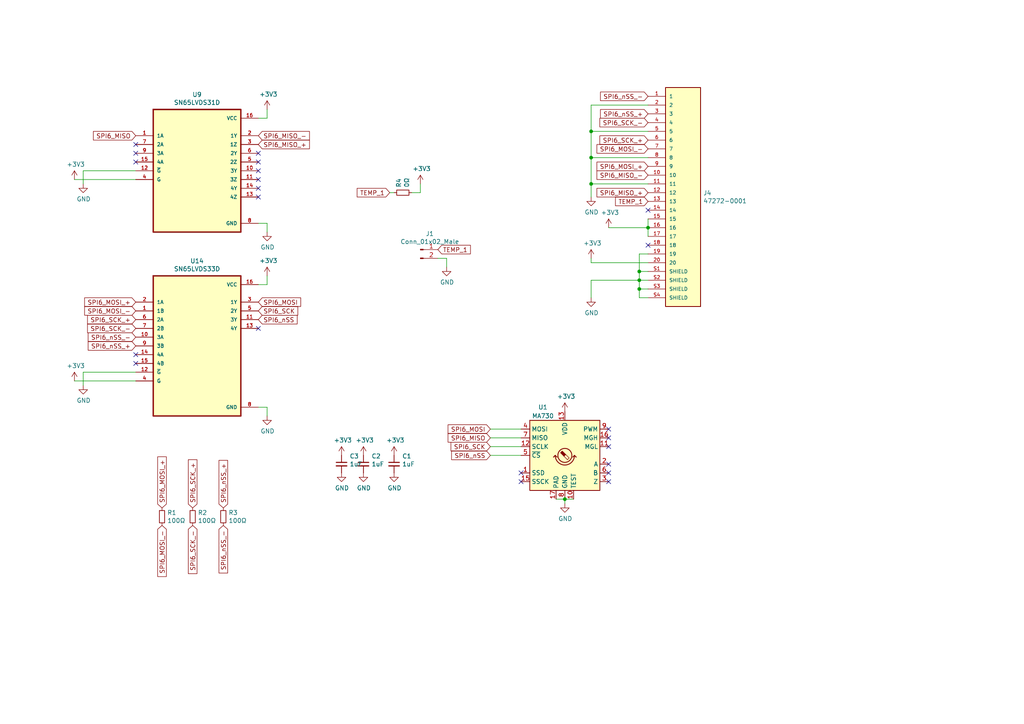
<source format=kicad_sch>
(kicad_sch (version 20211123) (generator eeschema)
  (paper "A4")
  (lib_symbols
    (symbol "Connector:Conn_01x02_Male" (pin_names (offset 1.016) hide)
      (property "Reference" "J" (at 0 2.54 0))
      (property "Value" "Conn_01x02_Male" (at 0 -5.08 0))
      (symbol "Conn_01x02_Male_1_1"
        (polyline (pts (xy 1.27 -2.54) (xy 0.8636 -2.54)) (stroke (width 0.1524)))
        (polyline (pts (xy 1.27 0) (xy 0.8636 0)) (stroke (width 0.1524)))
        (rectangle (start 0.8636 -2.413) (end 0 -2.667) (stroke (width 0.1524)) (fill (type outline)))
        (rectangle (start 0.8636 0.127) (end 0 -0.127) (stroke (width 0.1524)) (fill (type outline)))
        (pin passive line (at 5.08 0 180) (length 3.81) (name "Pin_1") (number "1"))
        (pin passive line (at 5.08 -2.54 180) (length 3.81) (name "Pin_2") (number "2"))
      )
    )
    (symbol "Device:C_Small" (pin_numbers hide) (pin_names (offset 0.254) hide)
      (property "Reference" "C" (at 0.254 1.778 0))
      (property "Value" "C_Small" (at 0.254 -2.032 0))
      (symbol "C_Small_0_1"
        (polyline (pts (xy -1.524 -0.508) (xy 1.524 -0.508)) (stroke (width 0.3302)))
        (polyline (pts (xy -1.524 0.508) (xy 1.524 0.508)) (stroke (width 0.3048)))
      )
      (symbol "C_Small_1_1"
        (pin passive line (at 0 2.54 270) (length 2.032) (name "~") (number "1"))
        (pin passive line (at 0 -2.54 90) (length 2.032) (name "~") (number "2"))
      )
    )
    (symbol "Device:R_Small" (pin_numbers hide) (pin_names (offset 0.254) hide)
      (property "Reference" "R" (at 0.762 0.508 0))
      (property "Value" "R_Small" (at 0.762 -1.016 0))
      (symbol "R_Small_0_1"
        (rectangle (start -0.762 1.778) (end 0.762 -1.778) (stroke (width 0.2032)))
      )
      (symbol "R_Small_1_1"
        (pin passive line (at 0 2.54 270) (length 0.762) (name "~") (number "1"))
        (pin passive line (at 0 -2.54 90) (length 0.762) (name "~") (number "2"))
      )
    )
    (symbol "EVCONCEPT:47272-0001" (pin_names (offset 1.016))
      (property "Reference" "J" (at -5.08 28.448 0))
      (property "Value" "EVCONCEPT_47272-0001" (at -6.35 -38.1 0))
      (symbol "47272-0001_0_0"
        (rectangle (start -5.08 -35.56) (end 5.08 27.94) (stroke (width 0.254)) (fill (type background)))
        (pin passive line (at -10.16 25.4 0) (length 5.08) (name "1") (number "1"))
        (pin passive line (at -10.16 2.54 0) (length 5.08) (name "10") (number "10"))
        (pin passive line (at -10.16 0 0) (length 5.08) (name "11") (number "11"))
        (pin passive line (at -10.16 -2.54 0) (length 5.08) (name "12") (number "12"))
        (pin passive line (at -10.16 -5.08 0) (length 5.08) (name "13") (number "13"))
        (pin passive line (at -10.16 -7.62 0) (length 5.08) (name "14") (number "14"))
        (pin passive line (at -10.16 -10.16 0) (length 5.08) (name "15") (number "15"))
        (pin passive line (at -10.16 -12.7 0) (length 5.08) (name "16") (number "16"))
        (pin passive line (at -10.16 -15.24 0) (length 5.08) (name "17") (number "17"))
        (pin passive line (at -10.16 -17.78 0) (length 5.08) (name "18") (number "18"))
        (pin passive line (at -10.16 -20.32 0) (length 5.08) (name "19") (number "19"))
        (pin passive line (at -10.16 22.86 0) (length 5.08) (name "2") (number "2"))
        (pin passive line (at -10.16 -22.86 0) (length 5.08) (name "20") (number "20"))
        (pin passive line (at -10.16 20.32 0) (length 5.08) (name "3") (number "3"))
        (pin passive line (at -10.16 17.78 0) (length 5.08) (name "4") (number "4"))
        (pin passive line (at -10.16 15.24 0) (length 5.08) (name "5") (number "5"))
        (pin passive line (at -10.16 12.7 0) (length 5.08) (name "6") (number "6"))
        (pin passive line (at -10.16 10.16 0) (length 5.08) (name "7") (number "7"))
        (pin passive line (at -10.16 7.62 0) (length 5.08) (name "8") (number "8"))
        (pin passive line (at -10.16 5.08 0) (length 5.08) (name "9") (number "9"))
        (pin passive line (at -10.16 -25.4 0) (length 5.08) (name "SHIELD") (number "S1"))
        (pin passive line (at -10.16 -27.94 0) (length 5.08) (name "SHIELD") (number "S2"))
        (pin passive line (at -10.16 -30.48 0) (length 5.08) (name "SHIELD") (number "S3"))
        (pin passive line (at -10.16 -33.02 0) (length 5.08) (name "SHIELD") (number "S4"))
      )
    )
    (symbol "EVCONCEPT:SN65LVDS31D" (pin_names (offset 1.016))
      (property "Reference" "U" (at -12.7 18.7706 0))
      (property "Value" "EVCONCEPT_SN65LVDS31D" (at -12.7 -21.7678 0))
      (symbol "SN65LVDS31D_0_0"
        (rectangle (start -12.7 -17.78) (end 12.7 17.78) (stroke (width 0.4064)) (fill (type background)))
        (pin input line (at -17.78 10.16 0) (length 5.08) (name "1A") (number "1"))
        (pin output line (at 17.78 0 180) (length 5.08) (name "3Y") (number "10"))
        (pin output line (at 17.78 -2.54 180) (length 5.08) (name "3Z") (number "11"))
        (pin input line (at -17.78 0 0) (length 5.08) (name "~{G}") (number "12"))
        (pin output line (at 17.78 -7.62 180) (length 5.08) (name "4Z") (number "13"))
        (pin output line (at 17.78 -5.08 180) (length 5.08) (name "4Y") (number "14"))
        (pin input line (at -17.78 2.54 0) (length 5.08) (name "4A") (number "15"))
        (pin power_in line (at 17.78 15.24 180) (length 5.08) (name "VCC") (number "16"))
        (pin output line (at 17.78 10.16 180) (length 5.08) (name "1Y") (number "2"))
        (pin output line (at 17.78 7.62 180) (length 5.08) (name "1Z") (number "3"))
        (pin input line (at -17.78 -2.54 0) (length 5.08) (name "G") (number "4"))
        (pin output line (at 17.78 2.54 180) (length 5.08) (name "2Z") (number "5"))
        (pin output line (at 17.78 5.08 180) (length 5.08) (name "2Y") (number "6"))
        (pin input line (at -17.78 7.62 0) (length 5.08) (name "2A") (number "7"))
        (pin power_in line (at 17.78 -15.24 180) (length 5.08) (name "GND") (number "8"))
        (pin input line (at -17.78 5.08 0) (length 5.08) (name "3A") (number "9"))
      )
    )
    (symbol "EVCONCEPT:SN65LVDS33D" (pin_names (offset 1.016))
      (property "Reference" "U" (at -12.7 21.3106 0))
      (property "Value" "EVCONCEPT_SN65LVDS33D" (at -12.7 -24.3078 0))
      (symbol "SN65LVDS33D_0_0"
        (rectangle (start -12.7 -20.32) (end 12.7 20.32) (stroke (width 0.4064)) (fill (type background)))
        (pin input line (at -17.78 10.16 0) (length 5.08) (name "1B") (number "1"))
        (pin input line (at -17.78 2.54 0) (length 5.08) (name "3A") (number "10"))
        (pin output line (at 17.78 7.62 180) (length 5.08) (name "3Y") (number "11"))
        (pin input line (at -17.78 -7.62 0) (length 5.08) (name "~{G}") (number "12"))
        (pin output line (at 17.78 5.08 180) (length 5.08) (name "4Y") (number "13"))
        (pin input line (at -17.78 -2.54 0) (length 5.08) (name "4A") (number "14"))
        (pin input line (at -17.78 -5.08 0) (length 5.08) (name "4B") (number "15"))
        (pin power_in line (at 17.78 17.78 180) (length 5.08) (name "VCC") (number "16"))
        (pin input line (at -17.78 12.7 0) (length 5.08) (name "1A") (number "2"))
        (pin output line (at 17.78 12.7 180) (length 5.08) (name "1Y") (number "3"))
        (pin input line (at -17.78 -10.16 0) (length 5.08) (name "G") (number "4"))
        (pin output line (at 17.78 10.16 180) (length 5.08) (name "2Y") (number "5"))
        (pin input line (at -17.78 7.62 0) (length 5.08) (name "2A") (number "6"))
        (pin input line (at -17.78 5.08 0) (length 5.08) (name "2B") (number "7"))
        (pin power_in line (at 17.78 -17.78 180) (length 5.08) (name "GND") (number "8"))
        (pin input line (at -17.78 0 0) (length 5.08) (name "3B") (number "9"))
      )
    )
    (symbol "Final_BLDC_Driver-cache:+3.3V" (power) (pin_names (offset 0))
      (property "Value" "Final_BLDC_Driver-cache_+3.3V" (at 0 3.556 0))
      (symbol "+3.3V_0_1"
        (polyline (pts (xy -0.762 1.27) (xy 0 2.54)))
        (polyline (pts (xy 0 0) (xy 0 2.54)))
        (polyline (pts (xy 0 2.54) (xy 0.762 1.27)))
      )
      (symbol "+3.3V_1_1"
        (pin power_in line (at 0 0 90) (length 0) hide (name "+3V3") (number "1"))
      )
    )
    (symbol "Sensor_Magnetic:MA730"
      (property "Reference" "U" (at -10.16 11.43 0))
      (property "Value" "MA730" (at 10.16 11.43 0))
      (symbol "MA730_0_1"
        (rectangle (start -10.16 10.16) (end 10.16 -10.16) (stroke (width 0.254)) (fill (type background)))
        (arc (start -2.794 0) (mid 0 -2.794) (end 2.794 0) (stroke (width 0.254)))
        (polyline (pts (xy -2.794 0) (xy -3.302 -0.508)) (stroke (width 0.254)))
        (polyline (pts (xy -2.794 0) (xy -2.286 -0.508)) (stroke (width 0.254)))
        (polyline (pts (xy 2.794 0) (xy 2.286 -0.508)) (stroke (width 0.254)))
        (polyline (pts (xy 2.794 0) (xy 3.302 -0.508)) (stroke (width 0.254)))
      )
      (symbol "MA730_1_1"
        (polyline (pts (xy 0.254 0.254) (xy 1.27 -0.762) (xy 0.762 -1.27) (xy -0.254 -0.254)))
        (polyline (pts (xy -0.762 1.27) (xy 0.254 0.254) (xy -0.254 -0.254) (xy -1.27 0.762) (xy -1.016 1.016) (xy -0.762 1.27) (xy -0.635 1.143)) (fill (type outline)))
        (circle (center 0 0) (radius 2.032) (stroke (width 0.254)))
        (pin output line (at -12.7 -5.08 0) (length 2.54) (name "SSD") (number "1"))
        (pin passive line (at 2.54 -12.7 90) (length 2.54) (name "TEST") (number "10"))
        (pin output line (at 12.7 2.54 180) (length 2.54) (name "MGL") (number "11"))
        (pin input line (at -12.7 2.54 0) (length 2.54) (name "SCLK") (number "12"))
        (pin power_in line (at 0 12.7 270) (length 2.54) (name "VDD") (number "13"))
        (pin no_connect line (at 5.08 -10.16 90) (length 2.54) hide (name "NC") (number "14"))
        (pin input line (at -12.7 -7.62 0) (length 2.54) (name "SSCK") (number "15"))
        (pin output line (at 12.7 5.08 180) (length 2.54) (name "MGH") (number "16"))
        (pin input line (at -2.54 -12.7 90) (length 2.54) (name "PAD") (number "17"))
        (pin output line (at 12.7 -2.54 180) (length 2.54) (name "A") (number "2"))
        (pin output line (at 12.7 -7.62 180) (length 2.54) (name "Z") (number "3"))
        (pin input line (at -12.7 7.62 0) (length 2.54) (name "MOSI") (number "4"))
        (pin input line (at -12.7 0 0) (length 2.54) (name "~{CS}") (number "5"))
        (pin output line (at 12.7 -5.08 180) (length 2.54) (name "B") (number "6"))
        (pin output line (at -12.7 5.08 0) (length 2.54) (name "MISO") (number "7"))
        (pin power_in line (at 0 -12.7 90) (length 2.54) (name "GND") (number "8"))
        (pin output line (at 12.7 7.62 180) (length 2.54) (name "PWM") (number "9"))
      )
    )
    (symbol "power:+3.3V" (power) (pin_names (offset 0))
      (property "Value" "+3.3V" (at 0 3.556 0))
      (symbol "+3.3V_0_1"
        (polyline (pts (xy -0.762 1.27) (xy 0 2.54)))
        (polyline (pts (xy 0 0) (xy 0 2.54)))
        (polyline (pts (xy 0 2.54) (xy 0.762 1.27)))
      )
      (symbol "+3.3V_1_1"
        (pin power_in line (at 0 0 90) (length 0) hide (name "+3V3") (number "1"))
      )
    )
    (symbol "power:GND" (power) (pin_names (offset 0))
      (property "Value" "GND" (at 0 -3.81 0))
      (symbol "GND_0_1"
        (polyline (pts (xy 0 0) (xy 0 -1.27) (xy 1.27 -1.27) (xy 0 -2.54) (xy -1.27 -1.27) (xy 0 -1.27)))
      )
      (symbol "GND_1_1"
        (pin power_in line (at 0 0 270) (length 0) hide (name "GND") (number "1"))
      )
    )
  )
  (junction (at 171.45 45.72))
  (junction (at 171.45 38.1))
  (junction (at 185.42 81.28))
  (junction (at 187.96 66.04))
  (junction (at 163.83 144.78))
  (junction (at 171.45 53.34))
  (junction (at 185.42 83.82))
  (junction (at 185.42 78.74))
  (no_connect (at 39.37 102.87))
  (no_connect (at 176.53 137.16))
  (no_connect (at 187.96 60.96))
  (no_connect (at 176.53 129.54))
  (no_connect (at 151.13 137.16))
  (no_connect (at 74.93 49.53))
  (no_connect (at 74.93 57.15))
  (no_connect (at 39.37 105.41))
  (no_connect (at 176.53 124.46))
  (no_connect (at 39.37 46.99))
  (no_connect (at 39.37 44.45))
  (no_connect (at 176.53 127))
  (no_connect (at 74.93 52.07))
  (no_connect (at 187.96 71.12))
  (no_connect (at 74.93 46.99))
  (no_connect (at 176.53 134.62))
  (no_connect (at 176.53 139.7))
  (no_connect (at 39.37 41.91))
  (no_connect (at 74.93 54.61))
  (no_connect (at 151.13 139.7))
  (no_connect (at 74.93 95.25))
  (no_connect (at 74.93 44.45))
  (wire (pts (xy 171.45 76.2) (xy 171.45 74.93)))
  (wire (pts (xy 171.45 38.1) (xy 171.45 45.72)))
  (wire (pts (xy 142.24 127) (xy 151.13 127)))
  (wire (pts (xy 163.83 144.78) (xy 166.37 144.78)))
  (wire (pts (xy 119.38 55.88) (xy 121.92 55.88)))
  (wire (pts (xy 77.47 34.29) (xy 77.47 31.75)))
  (wire (pts (xy 142.24 132.08) (xy 151.13 132.08)))
  (wire (pts (xy 163.83 144.78) (xy 163.83 146.05)))
  (wire (pts (xy 187.96 81.28) (xy 185.42 81.28)))
  (wire (pts (xy 121.92 55.88) (xy 121.92 53.34)))
  (wire (pts (xy 171.45 81.28) (xy 171.45 86.36)))
  (wire (pts (xy 185.42 81.28) (xy 185.42 83.82)))
  (wire (pts (xy 171.45 45.72) (xy 171.45 53.34)))
  (wire (pts (xy 187.96 83.82) (xy 185.42 83.82)))
  (wire (pts (xy 77.47 64.77) (xy 77.47 67.31)))
  (wire (pts (xy 185.42 73.66) (xy 185.42 78.74)))
  (wire (pts (xy 21.59 52.07) (xy 39.37 52.07)))
  (wire (pts (xy 24.13 107.95) (xy 39.37 107.95)))
  (wire (pts (xy 187.96 38.1) (xy 171.45 38.1)))
  (wire (pts (xy 74.93 64.77) (xy 77.47 64.77)))
  (wire (pts (xy 187.96 30.48) (xy 171.45 30.48)))
  (wire (pts (xy 74.93 34.29) (xy 77.47 34.29)))
  (wire (pts (xy 129.54 74.93) (xy 129.54 77.47)))
  (wire (pts (xy 74.93 118.11) (xy 77.47 118.11)))
  (wire (pts (xy 113.03 55.88) (xy 114.3 55.88)))
  (wire (pts (xy 187.96 73.66) (xy 185.42 73.66)))
  (wire (pts (xy 187.96 45.72) (xy 171.45 45.72)))
  (wire (pts (xy 127 74.93) (xy 129.54 74.93)))
  (wire (pts (xy 187.96 53.34) (xy 171.45 53.34)))
  (wire (pts (xy 161.29 144.78) (xy 163.83 144.78)))
  (wire (pts (xy 171.45 81.28) (xy 185.42 81.28)))
  (wire (pts (xy 185.42 81.28) (xy 185.42 78.74)))
  (wire (pts (xy 171.45 76.2) (xy 187.96 76.2)))
  (wire (pts (xy 21.59 110.49) (xy 39.37 110.49)))
  (wire (pts (xy 24.13 49.53) (xy 24.13 53.34)))
  (wire (pts (xy 185.42 78.74) (xy 187.96 78.74)))
  (wire (pts (xy 74.93 82.55) (xy 77.47 82.55)))
  (wire (pts (xy 187.96 86.36) (xy 185.42 86.36)))
  (wire (pts (xy 24.13 49.53) (xy 39.37 49.53)))
  (wire (pts (xy 151.13 129.54) (xy 142.24 129.54)))
  (wire (pts (xy 151.13 124.46) (xy 142.24 124.46)))
  (wire (pts (xy 171.45 53.34) (xy 171.45 57.15)))
  (wire (pts (xy 187.96 63.5) (xy 187.96 66.04)))
  (wire (pts (xy 185.42 86.36) (xy 185.42 83.82)))
  (wire (pts (xy 24.13 107.95) (xy 24.13 111.76)))
  (wire (pts (xy 176.53 66.04) (xy 187.96 66.04)))
  (wire (pts (xy 77.47 82.55) (xy 77.47 80.01)))
  (wire (pts (xy 77.47 118.11) (xy 77.47 120.65)))
  (wire (pts (xy 187.96 66.04) (xy 187.96 68.58)))
  (wire (pts (xy 171.45 30.48) (xy 171.45 38.1)))
  (global_label "SPI6_nSS" (shape input) (at 74.93 92.71 0) (property "Intersheet References" "${INTERSHEET_REFS}" (effects hide)))
  (global_label "SPI6_SCK_+" (shape input) (at 55.88 147.32 90) (property "Intersheet References" "${INTERSHEET_REFS}" (effects hide)))
  (global_label "SPI6_MISO_-" (shape input) (at 187.96 50.8 180) (property "Intersheet References" "${INTERSHEET_REFS}" (effects hide)))
  (global_label "SPI6_MISO_+" (shape input) (at 187.96 55.88 180) (property "Intersheet References" "${INTERSHEET_REFS}" (effects hide)))
  (global_label "SPI6_MISO" (shape input) (at 39.37 39.37 180) (property "Intersheet References" "${INTERSHEET_REFS}" (effects hide)))
  (global_label "SPI6_nSS_+" (shape input) (at 64.77 147.32 90) (property "Intersheet References" "${INTERSHEET_REFS}" (effects hide)))
  (global_label "SPI6_nSS_-" (shape input) (at 187.96 27.94 180) (property "Intersheet References" "${INTERSHEET_REFS}" (effects hide)))
  (global_label "SPI6_MOSI_+" (shape input) (at 46.99 147.32 90) (property "Intersheet References" "${INTERSHEET_REFS}" (effects hide)))
  (global_label "SPI6_nSS_-" (shape input) (at 39.37 97.79 180) (property "Intersheet References" "${INTERSHEET_REFS}" (effects hide)))
  (global_label "SPI6_MOSI" (shape input) (at 142.24 124.46 180) (property "Intersheet References" "${INTERSHEET_REFS}" (effects hide)))
  (global_label "SPI6_MISO" (shape input) (at 142.24 127 180) (property "Intersheet References" "${INTERSHEET_REFS}" (effects hide)))
  (global_label "SPI6_MOSI_+" (shape input) (at 187.96 48.26 180) (property "Intersheet References" "${INTERSHEET_REFS}" (effects hide)))
  (global_label "SPI6_nSS" (shape input) (at 142.24 132.08 180) (property "Intersheet References" "${INTERSHEET_REFS}" (effects hide)))
  (global_label "SPI6_MOSI_-" (shape input) (at 187.96 43.18 180) (property "Intersheet References" "${INTERSHEET_REFS}" (effects hide)))
  (global_label "SPI6_MOSI_-" (shape input) (at 46.99 152.4 270) (property "Intersheet References" "${INTERSHEET_REFS}" (effects hide)))
  (global_label "SPI6_MOSI" (shape input) (at 74.93 87.63 0) (property "Intersheet References" "${INTERSHEET_REFS}" (effects hide)))
  (global_label "SPI6_MISO_+" (shape input) (at 74.93 41.91 0) (property "Intersheet References" "${INTERSHEET_REFS}" (effects hide)))
  (global_label "SPI6_SCK" (shape input) (at 142.24 129.54 180) (property "Intersheet References" "${INTERSHEET_REFS}" (effects hide)))
  (global_label "TEMP_1" (shape input) (at 127 72.39 0) (property "Intersheet References" "${INTERSHEET_REFS}" (effects hide)))
  (global_label "SPI6_SCK_+" (shape input) (at 39.37 92.71 180) (property "Intersheet References" "${INTERSHEET_REFS}" (effects hide)))
  (global_label "SPI6_nSS_+" (shape input) (at 39.37 100.33 180) (property "Intersheet References" "${INTERSHEET_REFS}" (effects hide)))
  (global_label "SPI6_SCK" (shape input) (at 74.93 90.17 0) (property "Intersheet References" "${INTERSHEET_REFS}" (effects hide)))
  (global_label "SPI6_MOSI_-" (shape input) (at 39.37 90.17 180) (property "Intersheet References" "${INTERSHEET_REFS}" (effects hide)))
  (global_label "SPI6_SCK_+" (shape input) (at 187.96 40.64 180) (property "Intersheet References" "${INTERSHEET_REFS}" (effects hide)))
  (global_label "SPI6_MOSI_+" (shape input) (at 39.37 87.63 180) (property "Intersheet References" "${INTERSHEET_REFS}" (effects hide)))
  (global_label "SPI6_SCK_-" (shape input) (at 39.37 95.25 180) (property "Intersheet References" "${INTERSHEET_REFS}" (effects hide)))
  (global_label "SPI6_MISO_-" (shape input) (at 74.93 39.37 0) (property "Intersheet References" "${INTERSHEET_REFS}" (effects hide)))
  (global_label "SPI6_nSS_+" (shape input) (at 187.96 33.02 180) (property "Intersheet References" "${INTERSHEET_REFS}" (effects hide)))
  (global_label "SPI6_SCK_-" (shape input) (at 55.88 152.4 270) (property "Intersheet References" "${INTERSHEET_REFS}" (effects hide)))
  (global_label "TEMP_1" (shape input) (at 187.96 58.42 180) (property "Intersheet References" "${INTERSHEET_REFS}" (effects hide)))
  (global_label "SPI6_SCK_-" (shape input) (at 187.96 35.56 180) (property "Intersheet References" "${INTERSHEET_REFS}" (effects hide)))
  (global_label "SPI6_nSS_-" (shape input) (at 64.77 152.4 270) (property "Intersheet References" "${INTERSHEET_REFS}" (effects hide)))
  (global_label "TEMP_1" (shape input) (at 113.03 55.88 180) (property "Intersheet References" "${INTERSHEET_REFS}" (effects hide)))
  (symbol (lib_id "Sensor_Magnetic:MA730") (at 163.83 132.08 0) (unit 1)
    (property "Reference" "U1" (at 157.48 118.11 0))
    (property "Value" "MA730" (at 157.48 120.65 0))
    (property "Footprint" "Package_DFN_QFN:QFN-16-1EP_3x3mm_P0.5mm_EP1.7x1.7mm" (effects hide))
    (property "Datasheet" "https://www.monolithicpower.com/pub/media/document/m/a/ma730_r1.01.pdf" (effects hide))
  )
  (symbol (lib_id "Device:C_Small") (at 114.3 134.62 0) (unit 1)
    (property "Reference" "C1" (at 116.6368 132.3086 0) (effects (justify left)))
    (property "Value" "1uF" (at 116.6368 134.62 0) (effects (justify left)))
    (property "Footprint" "Capacitor_SMD:C_0603_1608Metric" (effects hide))
  )
  (symbol (lib_id "Final_BLDC_Driver-cache:+3.3V") (at 114.3 132.08 0) (unit 1)
    (property "Reference" "#PWR0101" (effects hide))
    (property "Value" "+3.3V" (at 114.681 127.6858 0))
  )
  (symbol (lib_id "power:GND") (at 114.3 137.16 0) (unit 1)
    (property "Reference" "#PWR0102" (effects hide))
    (property "Value" "GND" (at 114.427 141.5542 0))
  )
  (symbol (lib_id "Final_BLDC_Driver-cache:+3.3V") (at 163.83 119.38 0) (unit 1)
    (property "Reference" "#PWR0103" (effects hide))
    (property "Value" "+3.3V" (at 164.211 114.9858 0))
  )
  (symbol (lib_id "power:GND") (at 163.83 146.05 0) (unit 1)
    (property "Reference" "#PWR0104" (effects hide))
    (property "Value" "GND" (at 163.957 150.4442 0))
  )
  (symbol (lib_id "Device:C_Small") (at 105.41 134.62 0) (unit 1)
    (property "Reference" "C2" (at 107.7468 132.3086 0) (effects (justify left)))
    (property "Value" "1uF" (at 107.7468 134.62 0) (effects (justify left)))
    (property "Footprint" "Capacitor_SMD:C_0603_1608Metric" (effects hide))
  )
  (symbol (lib_id "Final_BLDC_Driver-cache:+3.3V") (at 105.41 132.08 0) (unit 1)
    (property "Reference" "#PWR01" (effects hide))
    (property "Value" "+3.3V" (at 105.791 127.6858 0))
  )
  (symbol (lib_id "power:GND") (at 105.41 137.16 0) (unit 1)
    (property "Reference" "#PWR02" (effects hide))
    (property "Value" "GND" (at 105.537 141.5542 0))
  )
  (symbol (lib_id "Device:C_Small") (at 99.06 134.62 0) (unit 1)
    (property "Reference" "C3" (at 101.3968 132.3086 0) (effects (justify left)))
    (property "Value" "1uF" (at 101.3968 134.62 0) (effects (justify left)))
    (property "Footprint" "Capacitor_SMD:C_0603_1608Metric" (effects hide))
  )
  (symbol (lib_id "Final_BLDC_Driver-cache:+3.3V") (at 99.06 132.08 0) (unit 1)
    (property "Reference" "#PWR0110" (effects hide))
    (property "Value" "+3.3V" (at 99.441 127.6858 0))
  )
  (symbol (lib_id "power:GND") (at 99.06 137.16 0) (unit 1)
    (property "Reference" "#PWR0111" (effects hide))
    (property "Value" "GND" (at 99.187 141.5542 0))
  )
  (symbol (lib_id "Device:R_Small") (at 46.99 149.86 0) (unit 1)
    (property "Reference" "R1" (at 48.4886 148.6916 0) (effects (justify left)))
    (property "Value" "100Ω" (at 48.4886 151.003 0) (effects (justify left)))
    (property "Footprint" "Resistor_SMD:R_0603_1608Metric" (effects hide))
  )
  (symbol (lib_id "Device:R_Small") (at 55.88 149.86 0) (unit 1)
    (property "Reference" "R2" (at 57.3786 148.6916 0) (effects (justify left)))
    (property "Value" "100Ω" (at 57.3786 151.003 0) (effects (justify left)))
    (property "Footprint" "Resistor_SMD:R_0603_1608Metric" (effects hide))
  )
  (symbol (lib_id "Device:R_Small") (at 64.77 149.86 0) (unit 1)
    (property "Reference" "R3" (at 66.2686 148.6916 0) (effects (justify left)))
    (property "Value" "100Ω" (at 66.2686 151.003 0) (effects (justify left)))
    (property "Footprint" "Resistor_SMD:R_0603_1608Metric" (effects hide))
  )
  (symbol (lib_id "EVCONCEPT:SN65LVDS31D") (at 57.15 49.53 0) (unit 1)
    (property "Reference" "U9" (at 57.15 27.432 0))
    (property "Value" "SN65LVDS31D" (at 57.15 29.7434 0))
    (property "Footprint" "Package_SO:SOIC-16_3.9x9.9mm_P1.27mm" (effects hide))
  )
  (symbol (lib_id "EVCONCEPT:SN65LVDS33D") (at 57.15 100.33 0) (unit 1)
    (property "Reference" "U14" (at 57.15 75.692 0))
    (property "Value" "SN65LVDS33D" (at 57.15 78.0034 0))
    (property "Footprint" "Package_SO:SOIC-16_3.9x9.9mm_P1.27mm" (effects hide))
  )
  (symbol (lib_id "power:+3.3V") (at 77.47 80.01 0) (unit 1)
    (property "Reference" "#PWR0140" (effects hide))
    (property "Value" "+3.3V" (at 77.851 75.6158 0))
  )
  (symbol (lib_id "power:GND") (at 24.13 53.34 0) (unit 1)
    (property "Reference" "#PWR0109" (effects hide))
    (property "Value" "GND" (at 24.257 57.7342 0))
  )
  (symbol (lib_id "power:+3.3V") (at 21.59 52.07 0) (unit 1)
    (property "Reference" "#PWR0105" (effects hide))
    (property "Value" "+3.3V" (at 21.971 47.6758 0))
  )
  (symbol (lib_id "power:GND") (at 77.47 67.31 0) (unit 1)
    (property "Reference" "#PWR0106" (effects hide))
    (property "Value" "GND" (at 77.597 71.7042 0))
  )
  (symbol (lib_id "Connector:Conn_01x02_Male") (at 121.92 72.39 0) (unit 1)
    (property "Reference" "J1" (at 124.6632 67.7926 0))
    (property "Value" "Conn_01x02_Male" (at 124.6632 70.104 0))
    (property "Footprint" "Connector_PinHeader_2.54mm:PinHeader_1x02_P2.54mm_Vertical" (effects hide))
  )
  (symbol (lib_id "power:GND") (at 129.54 77.47 0) (unit 1)
    (property "Reference" "#PWR0108" (effects hide))
    (property "Value" "GND" (at 129.667 81.8642 0))
  )
  (symbol (lib_id "power:GND") (at 24.13 111.76 0) (unit 1)
    (property "Reference" "#PWR0112" (effects hide))
    (property "Value" "GND" (at 24.257 116.1542 0))
  )
  (symbol (lib_id "power:+3.3V") (at 21.59 110.49 0) (unit 1)
    (property "Reference" "#PWR0113" (effects hide))
    (property "Value" "+3.3V" (at 21.971 106.0958 0))
  )
  (symbol (lib_id "power:GND") (at 77.47 120.65 0) (unit 1)
    (property "Reference" "#PWR0139" (effects hide))
    (property "Value" "GND" (at 77.597 125.0442 0))
  )
  (symbol (lib_id "EVCONCEPT:47272-0001") (at 198.12 53.34 0) (unit 1)
    (property "Reference" "J4" (at 203.962 55.9816 0) (effects (justify left)))
    (property "Value" "47272-0001" (at 203.962 58.293 0) (effects (justify left)))
    (property "Footprint" "EVCONCEPT:TE_2041441-1" (effects hide))
    (property "DESCRIPTION" "Conn Display Port RCP 20 POS 0.5mm Solder RA SMD 20 Terminal 1 Port DisplayPort T/R" (effects hide))
    (property "PACKAGE" "None" (effects hide))
    (property "AVAILABILITY" "Unavailable" (effects hide))
    (property "MP" "47272-0001" (effects hide))
    (property "PRICE" "None" (effects hide))
    (property "MF" "Molex" (effects hide))
  )
  (symbol (lib_id "power:GND") (at 171.45 86.36 0) (unit 1)
    (property "Reference" "#PWR0152" (effects hide))
    (property "Value" "GND" (at 171.577 90.7542 0))
  )
  (symbol (lib_id "power:+3.3V") (at 171.45 74.93 0) (unit 1)
    (property "Reference" "#PWR0153" (effects hide))
    (property "Value" "+3.3V" (at 171.831 70.5358 0))
  )
  (symbol (lib_id "power:GND") (at 171.45 57.15 0) (unit 1)
    (property "Reference" "#PWR0154" (effects hide))
    (property "Value" "GND" (at 171.577 61.5442 0))
  )
  (symbol (lib_id "power:+3.3V") (at 77.47 31.75 0) (unit 1)
    (property "Reference" "#PWR0107" (effects hide))
    (property "Value" "+3.3V" (at 77.851 27.3558 0))
  )
  (symbol (lib_id "power:+3.3V") (at 121.92 53.34 0) (unit 1)
    (property "Reference" "#PWR0115" (effects hide))
    (property "Value" "+3.3V" (at 122.301 48.9458 0))
  )
  (symbol (lib_id "Device:R_Small") (at 116.84 55.88 90) (unit 1)
    (property "Reference" "R4" (at 115.6716 54.3814 0) (effects (justify left)))
    (property "Value" "0Ω" (at 117.983 54.3814 0) (effects (justify left)))
    (property "Footprint" "Resistor_SMD:R_0603_1608Metric" (effects hide))
  )
  (symbol (lib_id "power:+3.3V") (at 176.53 66.04 0) (unit 1)
    (property "Reference" "#PWR0114" (effects hide))
    (property "Value" "+3.3V" (at 176.911 61.6458 0))
  )
)
</source>
